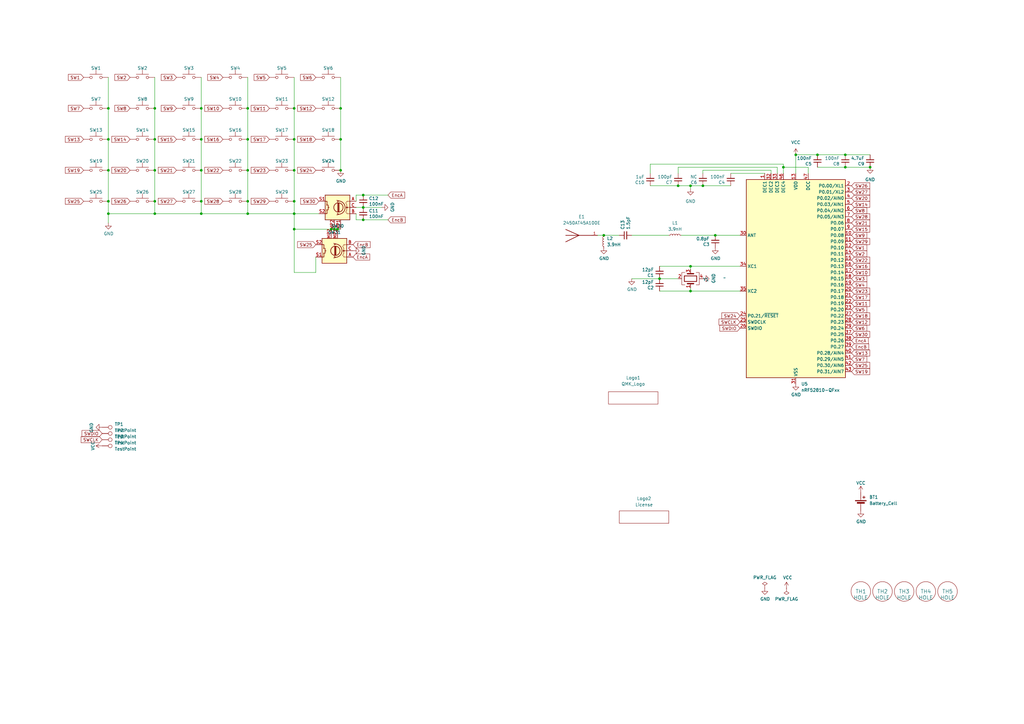
<source format=kicad_sch>
(kicad_sch (version 20230121) (generator eeschema)
  (paper "A3")
  (title_block (title "Lotus 58 unWired") (date "2023-08-15") (rev "v1.00") (company "Markus Knutsson <markus.knutsson@tweety.se>") (comment 1 "https://github.com/TweetyDaBird") (comment 2 "Licensed under Creative Commons BY-SA 4.0 International "))
  (lib_symbols
    (symbol "2450AT45A100E:2450AT45A100E" (pin_names (offset 1.016))
      (property "Reference" "E" (at 2.8004 5.8496 0))
      (property "Value" "2450AT45A100E" (at 2.6732 3.813 0))
      (symbol "2450AT45A100E_0_0"
        (polyline (pts (xy 0 2.54) (xy -2.667 8.001)) (stroke (width 0.254)))
        (polyline (pts (xy 0 2.54) (xy 0 -5.08)) (stroke (width 0.254)))
        (polyline (pts (xy 0 8.001) (xy 0 2.54)) (stroke (width 0.254)))
        (polyline (pts (xy 2.413 8.001) (xy 0 2.54)) (stroke (width 0.254)))
        (pin input line (at 0 -5.08 90) (length 2.54) (name "~") (number "1"))
      )
    )
    (symbol "Connector:TestPoint" (pin_numbers hide) (pin_names (offset 0.762) hide)
      (property "Reference" "TP" (at 0 6.858 0))
      (property "Value" "TestPoint" (at 0 5.08 0))
      (symbol "TestPoint_0_1"
        (circle (center 0 3.302) (radius 0.762))
      )
      (symbol "TestPoint_1_1"
        (pin passive line (at 0 0 90) (length 2.54) (name "1") (number "1"))
      )
    )
    (symbol "Device:Battery_Cell" (pin_numbers hide) (pin_names (offset 0) hide)
      (property "Reference" "BT" (at 2.54 2.54 0))
      (property "Value" "Battery_Cell" (at 2.54 0 0))
      (symbol "Battery_Cell_0_1"
        (rectangle (start -2.286 1.778) (end 2.286 1.524) (fill (type outline)))
        (rectangle (start -1.524 1.016) (end 1.524 0.508) (fill (type outline)))
        (polyline (pts (xy 0 0.762) (xy 0 0)))
        (polyline (pts (xy 0 1.778) (xy 0 2.54)))
        (polyline (pts (xy 0.762 3.048) (xy 1.778 3.048)) (stroke (width 0.254)))
        (polyline (pts (xy 1.27 3.556) (xy 1.27 2.54)) (stroke (width 0.254)))
      )
      (symbol "Battery_Cell_1_1"
        (pin passive line (at 0 5.08 270) (length 2.54) (name "+") (number "1"))
        (pin passive line (at 0 -2.54 90) (length 2.54) (name "-") (number "2"))
      )
    )
    (symbol "Device:C_Small" (pin_numbers hide) (pin_names (offset 0.254) hide)
      (property "Reference" "C" (at 0.254 1.778 0))
      (property "Value" "C_Small" (at 0.254 -2.032 0))
      (symbol "C_Small_0_1"
        (polyline (pts (xy -1.524 -0.508) (xy 1.524 -0.508)) (stroke (width 0.3302)))
        (polyline (pts (xy -1.524 0.508) (xy 1.524 0.508)) (stroke (width 0.3048)))
      )
      (symbol "C_Small_1_1"
        (pin passive line (at 0 2.54 270) (length 2.032) (name "~") (number "1"))
        (pin passive line (at 0 -2.54 90) (length 2.032) (name "~") (number "2"))
      )
    )
    (symbol "Device:Crystal_GND24" (pin_names (offset 1.016) hide)
      (property "Reference" "Y" (at 3.175 5.08 0))
      (property "Value" "Crystal_GND24" (at 3.175 3.175 0))
      (symbol "Crystal_GND24_0_1"
        (rectangle (start -1.143 2.54) (end 1.143 -2.54) (stroke (width 0.3048)))
        (polyline (pts (xy -2.54 0) (xy -2.032 0)))
        (polyline (pts (xy -2.032 -1.27) (xy -2.032 1.27)) (stroke (width 0.508)))
        (polyline (pts (xy 0 -3.81) (xy 0 -3.556)))
        (polyline (pts (xy 0 3.556) (xy 0 3.81)))
        (polyline (pts (xy 2.032 -1.27) (xy 2.032 1.27)) (stroke (width 0.508)))
        (polyline (pts (xy 2.032 0) (xy 2.54 0)))
        (polyline (pts (xy -2.54 -2.286) (xy -2.54 -3.556) (xy 2.54 -3.556) (xy 2.54 -2.286)))
        (polyline (pts (xy -2.54 2.286) (xy -2.54 3.556) (xy 2.54 3.556) (xy 2.54 2.286)))
      )
      (symbol "Crystal_GND24_1_1"
        (pin passive line (at -3.81 0 0) (length 1.27) (name "1") (number "1"))
        (pin passive line (at 0 5.08 270) (length 1.27) (name "2") (number "2"))
        (pin passive line (at 3.81 0 180) (length 1.27) (name "3") (number "3"))
        (pin passive line (at 0 -5.08 90) (length 1.27) (name "4") (number "4"))
      )
    )
    (symbol "Device:L_Small" (pin_numbers hide) (pin_names (offset 0.254) hide)
      (property "Reference" "L" (at 0.762 1.016 0))
      (property "Value" "L_Small" (at 0.762 -1.016 0))
      (symbol "L_Small_0_1"
        (arc (start 0 -2.032) (mid 0.5058 -1.524) (end 0 -1.016))
        (arc (start 0 -1.016) (mid 0.5058 -0.508) (end 0 0))
        (arc (start 0 0) (mid 0.5058 0.508) (end 0 1.016))
        (arc (start 0 1.016) (mid 0.5058 1.524) (end 0 2.032))
      )
      (symbol "L_Small_1_1"
        (pin passive line (at 0 2.54 270) (length 0.508) (name "~") (number "1"))
        (pin passive line (at 0 -2.54 90) (length 0.508) (name "~") (number "2"))
      )
    )
    (symbol "GND_2" (power) (pin_names (offset 0))
      (property "Value" "GND_2" (at 0 -3.81 0))
      (symbol "GND_2_0_1"
        (polyline (pts (xy 0 0) (xy 0 -1.27) (xy 1.27 -1.27) (xy 0 -2.54) (xy -1.27 -1.27) (xy 0 -1.27)))
      )
      (symbol "GND_2_1_1"
        (pin power_in line (at 0 0 270) (length 0) hide (name "GND") (number "1"))
      )
    )
    (symbol "Keyboard_Library:Rotary_Encoder_Switch_GND" (pin_names (offset 0.254) hide)
      (property "Reference" "SW" (at 0 6.604 0))
      (property "Value" "Rotary_Encoder_Switch_GND" (at 0 8.89 0))
      (symbol "Rotary_Encoder_Switch_GND_0_1"
        (rectangle (start -5.08 5.08) (end 5.08 -5.08) (stroke (width 0.254)) (fill (type background)))
        (circle (center -3.81 0) (radius 0.254) (fill (type outline)))
        (circle (center -0.381 0) (radius 1.905) (stroke (width 0.254)))
        (arc (start -0.381 2.667) (mid -3.0988 -0.0635) (end -0.381 -2.794) (stroke (width 0.254)))
        (polyline (pts (xy -0.635 -1.778) (xy -0.635 1.778)) (stroke (width 0.254)))
        (polyline (pts (xy -0.381 -1.778) (xy -0.381 1.778)) (stroke (width 0.254)))
        (polyline (pts (xy -0.127 1.778) (xy -0.127 -1.778)) (stroke (width 0.254)))
        (polyline (pts (xy 3.81 0) (xy 3.429 0)) (stroke (width 0.254)))
        (polyline (pts (xy 3.81 1.016) (xy 3.81 -1.016)) (stroke (width 0.254)))
        (polyline (pts (xy -5.08 -2.54) (xy -3.81 -2.54) (xy -3.81 -2.032)))
        (polyline (pts (xy -5.08 2.54) (xy -3.81 2.54) (xy -3.81 2.032)))
        (polyline (pts (xy 0.254 -3.048) (xy -0.508 -2.794) (xy 0.127 -2.413)) (stroke (width 0.254)))
        (polyline (pts (xy 0.254 2.921) (xy -0.508 2.667) (xy 0.127 2.286)) (stroke (width 0.254)))
        (polyline (pts (xy 5.08 -2.54) (xy 4.318 -2.54) (xy 4.318 -1.016)) (stroke (width 0.254)))
        (polyline (pts (xy 5.08 2.54) (xy 4.318 2.54) (xy 4.318 1.016)) (stroke (width 0.254)))
        (polyline (pts (xy -5.08 0) (xy -3.81 0) (xy -3.81 -1.016) (xy -3.302 -2.032)))
        (polyline (pts (xy -4.318 0) (xy -3.81 0) (xy -3.81 1.016) (xy -3.302 2.032)))
        (circle (center 4.318 -1.016) (radius 0.127) (stroke (width 0.254)))
        (circle (center 4.318 1.016) (radius 0.127) (stroke (width 0.254)))
      )
      (symbol "Rotary_Encoder_Switch_GND_1_1"
        (pin passive line (at -7.62 2.54 0) (length 2.54) (name "A") (number "A"))
        (pin passive line (at -7.62 -2.54 0) (length 2.54) (name "B") (number "B"))
        (pin passive line (at -7.62 0 0) (length 2.54) (name "C") (number "C"))
        (pin power_in line (at -1.27 -8.89 90) (length 3.7084) (name "GND") (number "MP1"))
        (pin power_in line (at 1.27 -8.89 90) (length 3.7592) (name "GND") (number "MP2"))
        (pin passive line (at 7.62 2.54 180) (length 2.54) (name "S1") (number "S1"))
        (pin passive line (at 7.62 -2.54 180) (length 2.54) (name "S2") (number "S2"))
      )
    )
    (symbol "Logotypes:QMK_Logo" (pin_numbers hide) (pin_names (offset 0) hide) (in_bom no)
      (property "Reference" "Logo" (at 0 0 0))
      (property "Value" "QMK_Logo" (at 0 2.54 0))
      (symbol "QMK_Logo_0_1"
        (rectangle (start -10.16 3.81) (end 10.16 -1.27))
      )
    )
    (symbol "MCU_Nordic:nRF52810-QFxx"
      (property "Reference" "U" (at 0 1.27 0))
      (property "Value" "nRF52810-QFxx" (at 0 -1.27 0))
      (symbol "nRF52810-QFxx_0_1"
        (rectangle (start -20.32 40.64) (end 20.32 -40.64) (stroke (width 0.254)) (fill (type background)))
      )
      (symbol "nRF52810-QFxx_1_1"
        (pin passive line (at -12.7 43.18 270) (length 2.54) (name "DEC1") (number "1"))
        (pin bidirectional line (at 22.86 17.78 180) (length 2.54) (name "P0.08") (number "10"))
        (pin bidirectional line (at 22.86 15.24 180) (length 2.54) (name "P0.09") (number "11"))
        (pin bidirectional line (at 22.86 12.7 180) (length 2.54) (name "P0.10") (number "12"))
        (pin power_in line (at 0 43.18 270) (length 2.54) (name "VDD") (number "13"))
        (pin bidirectional line (at 22.86 10.16 180) (length 2.54) (name "P0.11") (number "14"))
        (pin bidirectional line (at 22.86 7.62 180) (length 2.54) (name "P0.12") (number "15"))
        (pin bidirectional line (at 22.86 5.08 180) (length 2.54) (name "P0.13") (number "16"))
        (pin bidirectional line (at 22.86 2.54 180) (length 2.54) (name "P0.14") (number "17"))
        (pin bidirectional line (at 22.86 0 180) (length 2.54) (name "P0.15") (number "18"))
        (pin bidirectional line (at 22.86 -2.54 180) (length 2.54) (name "P0.16") (number "19"))
        (pin bidirectional line (at 22.86 38.1 180) (length 2.54) (name "P0.00/XL1") (number "2"))
        (pin bidirectional line (at 22.86 -5.08 180) (length 2.54) (name "P0.17") (number "20"))
        (pin bidirectional line (at 22.86 -7.62 180) (length 2.54) (name "P0.18") (number "21"))
        (pin bidirectional line (at 22.86 -10.16 180) (length 2.54) (name "P0.19") (number "22"))
        (pin bidirectional line (at 22.86 -12.7 180) (length 2.54) (name "P0.20") (number "23"))
        (pin bidirectional line (at -22.86 -15.24 0) (length 2.54) (name "P0.21/~{RESET}") (number "24"))
        (pin input line (at -22.86 -17.78 0) (length 2.54) (name "SWDCLK") (number "25"))
        (pin bidirectional line (at -22.86 -20.32 0) (length 2.54) (name "SWDIO") (number "26"))
        (pin bidirectional line (at 22.86 -15.24 180) (length 2.54) (name "P0.22") (number "27"))
        (pin bidirectional line (at 22.86 -17.78 180) (length 2.54) (name "P0.23") (number "28"))
        (pin bidirectional line (at 22.86 -20.32 180) (length 2.54) (name "P0.24") (number "29"))
        (pin bidirectional line (at 22.86 35.56 180) (length 2.54) (name "P0.01/XL2") (number "3"))
        (pin passive line (at -22.86 17.78 0) (length 2.54) (name "ANT") (number "30"))
        (pin power_in line (at 0 -43.18 90) (length 2.54) (name "VSS") (number "31"))
        (pin passive line (at -10.16 43.18 270) (length 2.54) (name "DEC2") (number "32"))
        (pin passive line (at -7.62 43.18 270) (length 2.54) (name "DEC3") (number "33"))
        (pin input line (at -22.86 5.08 0) (length 2.54) (name "XC1") (number "34"))
        (pin input line (at -22.86 -5.08 0) (length 2.54) (name "XC2") (number "35"))
        (pin passive line (at 0 43.18 270) (length 2.54) hide (name "VDD") (number "36"))
        (pin bidirectional line (at 22.86 -22.86 180) (length 2.54) (name "P0.25") (number "37"))
        (pin bidirectional line (at 22.86 -25.4 180) (length 2.54) (name "P0.26") (number "38"))
        (pin bidirectional line (at 22.86 -27.94 180) (length 2.54) (name "P0.27") (number "39"))
        (pin bidirectional line (at 22.86 33.02 180) (length 2.54) (name "P0.02/AIN0") (number "4"))
        (pin bidirectional line (at 22.86 -30.48 180) (length 2.54) (name "P0.28/AIN4") (number "40"))
        (pin bidirectional line (at 22.86 -33.02 180) (length 2.54) (name "P0.29/AIN5") (number "41"))
        (pin bidirectional line (at 22.86 -35.56 180) (length 2.54) (name "P0.30/AIN6") (number "42"))
        (pin bidirectional line (at 22.86 -38.1 180) (length 2.54) (name "P0.31/AIN7") (number "43"))
        (pin no_connect line (at -20.32 -30.48 0) (length 2.54) hide (name "NC") (number "44"))
        (pin passive line (at 0 -43.18 90) (length 2.54) hide (name "VSS") (number "45"))
        (pin passive line (at -5.08 43.18 270) (length 2.54) (name "DEC4") (number "46"))
        (pin power_out line (at 5.08 43.18 270) (length 2.54) (name "DCC") (number "47"))
        (pin passive line (at 0 43.18 270) (length 2.54) hide (name "VDD") (number "48"))
        (pin passive line (at 0 -43.18 90) (length 2.54) hide (name "VSS") (number "49"))
        (pin bidirectional line (at 22.86 30.48 180) (length 2.54) (name "P0.03/AIN1") (number "5"))
        (pin bidirectional line (at 22.86 27.94 180) (length 2.54) (name "P0.04/AIN2") (number "6"))
        (pin bidirectional line (at 22.86 25.4 180) (length 2.54) (name "P0.05/AIN3") (number "7"))
        (pin bidirectional line (at 22.86 22.86 180) (length 2.54) (name "P0.06") (number "8"))
        (pin bidirectional line (at 22.86 20.32 180) (length 2.54) (name "P0.07") (number "9"))
      )
    )
    (symbol "Switch:SW_Push" (pin_numbers hide) (pin_names (offset 1.016) hide)
      (property "Reference" "SW" (at 1.27 2.54 0))
      (property "Value" "SW_Push" (at 0 -1.524 0))
      (symbol "SW_Push_0_1"
        (circle (center -2.032 0) (radius 0.508))
        (polyline (pts (xy 0 1.27) (xy 0 3.048)))
        (polyline (pts (xy 2.54 1.27) (xy -2.54 1.27)))
        (circle (center 2.032 0) (radius 0.508))
        (pin passive line (at -5.08 0 0) (length 2.54) (name "1") (number "1"))
        (pin passive line (at 5.08 0 180) (length 2.54) (name "2") (number "2"))
      )
    )
    (symbol "VCC_1" (power) (pin_names (offset 0))
      (property "Value" "VCC_1" (at 0 3.81 0))
      (symbol "VCC_1_0_1"
        (polyline (pts (xy -0.762 1.27) (xy 0 2.54)))
        (polyline (pts (xy 0 0) (xy 0 2.54)))
        (polyline (pts (xy 0 2.54) (xy 0.762 1.27)))
      )
      (symbol "VCC_1_1_1"
        (pin power_in line (at 0 0 90) (length 0) hide (name "VCC") (number "1"))
      )
    )
    (symbol "keebio:Hole" (pin_names (offset 1.016))
      (property "Reference" "H" (at 0 -1.27 0))
      (property "Value" "Hole" (at 0 1.27 0))
      (symbol "Hole_0_1"
        (circle (center 0 0) (radius 4.0132))
      )
    )
    (symbol "power:GND" (power) (pin_names (offset 0))
      (property "Value" "GND" (at 0 -3.81 0))
      (symbol "GND_0_1"
        (polyline (pts (xy 0 0) (xy 0 -1.27) (xy 1.27 -1.27) (xy 0 -2.54) (xy -1.27 -1.27) (xy 0 -1.27)))
      )
      (symbol "GND_1_1"
        (pin power_in line (at 0 0 270) (length 0) hide (name "GND") (number "1"))
      )
    )
    (symbol "power:PWR_FLAG" (power) (pin_numbers hide) (pin_names (offset 0) hide)
      (property "Value" "PWR_FLAG" (at 0 3.81 0))
      (symbol "PWR_FLAG_0_0"
        (pin power_out line (at 0 0 90) (length 0) (name "pwr") (number "1"))
      )
      (symbol "PWR_FLAG_0_1"
        (polyline (pts (xy 0 0) (xy 0 1.27) (xy -1.016 1.905) (xy 0 2.54) (xy 1.016 1.905) (xy 0 1.27)))
      )
    )
    (symbol "power:VCC" (power) (pin_names (offset 0))
      (property "Value" "VCC" (at 0 3.81 0))
      (symbol "VCC_0_1"
        (polyline (pts (xy -0.762 1.27) (xy 0 2.54)))
        (polyline (pts (xy 0 0) (xy 0 2.54)))
        (polyline (pts (xy 0 2.54) (xy 0.762 1.27)))
      )
      (symbol "VCC_1_1"
        (pin power_in line (at 0 0 90) (length 0) hide (name "VCC") (number "1"))
      )
    )
  )
  (junction (at 139.7 44.45))
  (junction (at 44.45 87.63))
  (junction (at 44.45 44.45))
  (junction (at 270.51 114.3))
  (junction (at 247.65 96.52))
  (junction (at 278.13 76.2))
  (junction (at 356.87 68.58))
  (junction (at 101.6 57.15))
  (junction (at 139.7 57.15))
  (junction (at 82.55 82.55))
  (junction (at 63.5 57.15))
  (junction (at 82.55 87.63))
  (junction (at 293.37 96.52))
  (junction (at 63.5 44.45))
  (junction (at 120.65 44.45))
  (junction (at 44.45 82.55))
  (junction (at 148.971 80.01))
  (junction (at 120.65 57.15))
  (junction (at 283.21 76.2))
  (junction (at 346.71 68.58))
  (junction (at 44.45 69.85))
  (junction (at 148.971 85.09))
  (junction (at 120.65 69.85))
  (junction (at 120.65 82.55))
  (junction (at 63.5 82.55))
  (junction (at 135.89 93.98))
  (junction (at 101.6 44.45))
  (junction (at 120.65 87.63))
  (junction (at 63.5 87.63))
  (junction (at 82.55 57.15))
  (junction (at 101.6 87.63))
  (junction (at 148.971 90.17))
  (junction (at 120.65 93.98))
  (junction (at 138.43 93.98))
  (junction (at 139.7 69.85))
  (junction (at 321.31 68.58))
  (junction (at 82.55 69.85))
  (junction (at 63.5 69.85))
  (junction (at 101.6 69.85))
  (junction (at 137.16 93.98))
  (junction (at 288.29 76.2))
  (junction (at 283.21 119.38))
  (junction (at 82.55 44.45))
  (junction (at 346.71 63.5))
  (junction (at 326.39 63.5))
  (junction (at 283.21 109.22))
  (junction (at 101.6 82.55))
  (junction (at 44.45 57.15))
  (junction (at 335.28 63.5))
  (wire (pts (xy 346.71 68.58) (xy 356.87 68.58)))
  (wire (pts (xy 63.5 69.85) (xy 63.5 82.55)))
  (wire (pts (xy 120.65 31.75) (xy 120.65 44.45)))
  (wire (pts (xy 270.51 114.3) (xy 259.08 114.3)))
  (wire (pts (xy 326.39 63.5) (xy 335.28 63.5)))
  (wire (pts (xy 283.21 76.2) (xy 288.29 76.2)))
  (wire (pts (xy 278.13 68.58) (xy 278.13 71.12)))
  (wire (pts (xy 316.23 69.85) (xy 288.29 69.85)))
  (wire (pts (xy 101.6 87.63) (xy 82.55 87.63)))
  (wire (pts (xy 139.7 31.75) (xy 139.7 44.45)))
  (wire (pts (xy 146.05 80.01) (xy 148.971 80.01)))
  (wire (pts (xy 331.47 71.12) (xy 331.47 68.58)))
  (wire (pts (xy 146.05 85.09) (xy 148.971 85.09)))
  (wire (pts (xy 44.45 44.45) (xy 44.45 57.15)))
  (wire (pts (xy 101.6 57.15) (xy 101.6 69.85)))
  (wire (pts (xy 266.7 67.31) (xy 266.7 71.12)))
  (wire (pts (xy 139.7 57.15) (xy 139.7 69.85)))
  (wire (pts (xy 101.6 44.45) (xy 101.6 57.15)))
  (wire (pts (xy 120.65 93.98) (xy 135.89 93.98)))
  (wire (pts (xy 283.21 119.38) (xy 270.51 119.38)))
  (wire (pts (xy 335.28 68.58) (xy 346.71 68.58)))
  (wire (pts (xy 82.55 57.15) (xy 82.55 69.85)))
  (wire (pts (xy 44.45 91.44) (xy 44.45 87.63)))
  (wire (pts (xy 331.47 68.58) (xy 321.31 68.58)))
  (wire (pts (xy 346.71 63.5) (xy 356.87 63.5)))
  (wire (pts (xy 159.131 90.17) (xy 148.971 90.17)))
  (wire (pts (xy 63.5 82.55) (xy 63.5 87.63)))
  (wire (pts (xy 318.77 71.12) (xy 318.77 68.58)))
  (wire (pts (xy 146.05 90.17) (xy 146.05 87.63)))
  (wire (pts (xy 120.65 93.98) (xy 120.65 111.76)))
  (wire (pts (xy 316.23 69.85) (xy 316.23 71.12)))
  (wire (pts (xy 120.65 44.45) (xy 120.65 57.15)))
  (wire (pts (xy 44.45 82.55) (xy 44.45 87.63)))
  (wire (pts (xy 326.39 63.5) (xy 326.39 71.12)))
  (wire (pts (xy 283.21 76.2) (xy 283.21 77.47)))
  (wire (pts (xy 259.08 96.52) (xy 274.32 96.52)))
  (wire (pts (xy 82.55 31.75) (xy 82.55 44.45)))
  (wire (pts (xy 129.54 105.41) (xy 129.54 111.76)))
  (wire (pts (xy 254 96.52) (xy 247.65 96.52)))
  (wire (pts (xy 63.5 57.15) (xy 63.5 69.85)))
  (wire (pts (xy 44.45 31.75) (xy 44.45 44.45)))
  (wire (pts (xy 44.45 87.63) (xy 63.5 87.63)))
  (wire (pts (xy 120.65 111.76) (xy 129.54 111.76)))
  (wire (pts (xy 283.21 109.22) (xy 303.53 109.22)))
  (wire (pts (xy 139.7 44.45) (xy 139.7 57.15)))
  (wire (pts (xy 120.65 82.55) (xy 120.65 87.63)))
  (wire (pts (xy 63.5 44.45) (xy 63.5 57.15)))
  (wire (pts (xy 44.45 69.85) (xy 44.45 82.55)))
  (wire (pts (xy 148.971 90.17) (xy 146.05 90.17)))
  (wire (pts (xy 101.6 82.55) (xy 101.6 87.63)))
  (wire (pts (xy 120.65 69.85) (xy 120.65 82.55)))
  (wire (pts (xy 44.45 57.15) (xy 44.45 69.85)))
  (wire (pts (xy 335.28 63.5) (xy 346.71 63.5)))
  (wire (pts (xy 283.21 118.11) (xy 283.21 119.38)))
  (wire (pts (xy 63.5 31.75) (xy 63.5 44.45)))
  (wire (pts (xy 321.31 67.31) (xy 321.31 68.58)))
  (wire (pts (xy 135.89 93.98) (xy 137.16 93.98)))
  (wire (pts (xy 63.5 87.63) (xy 82.55 87.63)))
  (wire (pts (xy 245.11 96.52) (xy 247.65 96.52)))
  (wire (pts (xy 266.7 67.31) (xy 321.31 67.31)))
  (wire (pts (xy 279.4 96.52) (xy 293.37 96.52)))
  (wire (pts (xy 120.65 57.15) (xy 120.65 69.85)))
  (wire (pts (xy 278.13 76.2) (xy 283.21 76.2)))
  (wire (pts (xy 101.6 69.85) (xy 101.6 82.55)))
  (wire (pts (xy 159.131 80.01) (xy 148.971 80.01)))
  (wire (pts (xy 82.55 82.55) (xy 82.55 87.63)))
  (wire (pts (xy 299.72 71.12) (xy 313.69 71.12)))
  (wire (pts (xy 266.7 76.2) (xy 278.13 76.2)))
  (wire (pts (xy 120.65 93.98) (xy 120.65 87.63)))
  (wire (pts (xy 293.37 96.52) (xy 303.53 96.52)))
  (wire (pts (xy 138.43 93.98) (xy 137.16 93.98)))
  (wire (pts (xy 270.51 114.3) (xy 278.13 114.3)))
  (wire (pts (xy 139.7 93.98) (xy 138.43 93.98)))
  (wire (pts (xy 288.29 69.85) (xy 288.29 71.12)))
  (wire (pts (xy 146.05 80.01) (xy 146.05 82.55)))
  (wire (pts (xy 82.55 44.45) (xy 82.55 57.15)))
  (wire (pts (xy 321.31 71.12) (xy 321.31 68.58)))
  (wire (pts (xy 101.6 87.63) (xy 120.65 87.63)))
  (wire (pts (xy 82.55 69.85) (xy 82.55 82.55)))
  (wire (pts (xy 318.77 68.58) (xy 278.13 68.58)))
  (wire (pts (xy 156.591 85.09) (xy 148.971 85.09)))
  (wire (pts (xy 101.6 31.75) (xy 101.6 44.45)))
  (wire (pts (xy 288.29 76.2) (xy 299.72 76.2)))
  (wire (pts (xy 120.65 87.63) (xy 130.81 87.63)))
  (wire (pts (xy 283.21 109.22) (xy 283.21 110.49)))
  (wire (pts (xy 270.51 109.22) (xy 283.21 109.22)))
  (wire (pts (xy 303.53 119.38) (xy 283.21 119.38)))
  (global_label "SW26" (shape input) (at 349.25 76.2 0) (property "Intersheetrefs" "${INTERSHEET_REFS}" (effects hide)))
  (global_label "SWCLK" (shape input) (at 303.53 132.08 180) (property "Intersheetrefs" "${INTERSHEET_REFS}" (effects hide)))
  (global_label "SW5" (shape input) (at 110.49 31.75 180) (property "Intersheetrefs" "${INTERSHEET_REFS}" (effects hide)))
  (global_label "SW24" (shape input) (at 129.54 69.85 180) (property "Intersheetrefs" "${INTERSHEET_REFS}" (effects hide)))
  (global_label "SW24" (shape input) (at 303.53 129.54 180) (property "Intersheetrefs" "${INTERSHEET_REFS}" (effects hide)))
  (global_label "SW11" (shape input) (at 110.49 44.45 180) (property "Intersheetrefs" "${INTERSHEET_REFS}" (effects hide)))
  (global_label "SW29" (shape input) (at 110.49 82.55 180) (property "Intersheetrefs" "${INTERSHEET_REFS}" (effects hide)))
  (global_label "SW4" (shape input) (at 349.25 116.84 0) (property "Intersheetrefs" "${INTERSHEET_REFS}" (effects hide)))
  (global_label "SW30" (shape input) (at 130.81 82.55 180) (property "Intersheetrefs" "${INTERSHEET_REFS}" (effects hide)))
  (global_label "EncB" (shape input) (at 349.25 142.24 0) (property "Intersheetrefs" "${INTERSHEET_REFS}" (effects hide)))
  (global_label "SW12" (shape input) (at 129.54 44.45 180) (property "Intersheetrefs" "${INTERSHEET_REFS}" (effects hide)))
  (global_label "SW29" (shape input) (at 349.25 99.06 0) (property "Intersheetrefs" "${INTERSHEET_REFS}" (effects hide)))
  (global_label "SW16" (shape input) (at 91.44 57.15 180) (property "Intersheetrefs" "${INTERSHEET_REFS}" (effects hide)))
  (global_label "SW9" (shape input) (at 349.25 96.52 0) (property "Intersheetrefs" "${INTERSHEET_REFS}" (effects hide)))
  (global_label "SWDIO" (shape input) (at 41.91 177.8 180) (property "Intersheetrefs" "${INTERSHEET_REFS}" (effects hide)))
  (global_label "SW10" (shape input) (at 91.44 44.45 180) (property "Intersheetrefs" "${INTERSHEET_REFS}" (effects hide)))
  (global_label "SW12" (shape input) (at 349.25 132.08 0) (property "Intersheetrefs" "${INTERSHEET_REFS}" (effects hide)))
  (global_label "SW17" (shape input) (at 349.25 121.92 0) (property "Intersheetrefs" "${INTERSHEET_REFS}" (effects hide)))
  (global_label "SW27" (shape input) (at 349.25 78.74 0) (property "Intersheetrefs" "${INTERSHEET_REFS}" (effects hide)))
  (global_label "SW13" (shape input) (at 34.29 57.15 180) (property "Intersheetrefs" "${INTERSHEET_REFS}" (effects hide)))
  (global_label "EncA" (shape input) (at 144.78 105.41 0) (property "Intersheetrefs" "${INTERSHEET_REFS}" (effects hide)))
  (global_label "SW8" (shape input) (at 53.34 44.45 180) (property "Intersheetrefs" "${INTERSHEET_REFS}" (effects hide)))
  (global_label "SW26" (shape input) (at 53.34 82.55 180) (property "Intersheetrefs" "${INTERSHEET_REFS}" (effects hide)))
  (global_label "SW15" (shape input) (at 349.25 93.98 0) (property "Intersheetrefs" "${INTERSHEET_REFS}" (effects hide)))
  (global_label "SW3" (shape input) (at 72.39 31.75 180) (property "Intersheetrefs" "${INTERSHEET_REFS}" (effects hide)))
  (global_label "EncA" (shape input) (at 349.25 139.7 0) (property "Intersheetrefs" "${INTERSHEET_REFS}" (effects hide)))
  (global_label "EncB" (shape input) (at 144.78 100.33 0) (property "Intersheetrefs" "${INTERSHEET_REFS}" (effects hide)))
  (global_label "SW13" (shape input) (at 349.25 144.78 0) (property "Intersheetrefs" "${INTERSHEET_REFS}" (effects hide)))
  (global_label "EncB" (shape input) (at 159.131 90.17 0) (property "Intersheetrefs" "${INTERSHEET_REFS}" (effects hide)))
  (global_label "SW23" (shape input) (at 349.25 119.38 0) (property "Intersheetrefs" "${INTERSHEET_REFS}" (effects hide)))
  (global_label "SW23" (shape input) (at 110.49 69.85 180) (property "Intersheetrefs" "${INTERSHEET_REFS}" (effects hide)))
  (global_label "SW9" (shape input) (at 72.39 44.45 180) (property "Intersheetrefs" "${INTERSHEET_REFS}" (effects hide)))
  (global_label "SW7" (shape input) (at 349.25 147.32 0) (property "Intersheetrefs" "${INTERSHEET_REFS}" (effects hide)))
  (global_label "SW30" (shape input) (at 349.25 137.16 0) (property "Intersheetrefs" "${INTERSHEET_REFS}" (effects hide)))
  (global_label "SW19" (shape input) (at 349.25 152.4 0) (property "Intersheetrefs" "${INTERSHEET_REFS}" (effects hide)))
  (global_label "SW19" (shape input) (at 34.29 69.85 180) (property "Intersheetrefs" "${INTERSHEET_REFS}" (effects hide)))
  (global_label "SW28" (shape input) (at 91.44 82.55 180) (property "Intersheetrefs" "${INTERSHEET_REFS}" (effects hide)))
  (global_label "SW1" (shape input) (at 34.29 31.75 180) (property "Intersheetrefs" "${INTERSHEET_REFS}" (effects hide)))
  (global_label "SW25" (shape input) (at 34.29 82.55 180) (property "Intersheetrefs" "${INTERSHEET_REFS}" (effects hide)))
  (global_label "SW11" (shape input) (at 349.25 124.46 0) (property "Intersheetrefs" "${INTERSHEET_REFS}" (effects hide)))
  (global_label "SW17" (shape input) (at 110.49 57.15 180) (property "Intersheetrefs" "${INTERSHEET_REFS}" (effects hide)))
  (global_label "SW22" (shape input) (at 91.44 69.85 180) (property "Intersheetrefs" "${INTERSHEET_REFS}" (effects hide)))
  (global_label "SW21" (shape input) (at 72.39 69.85 180) (property "Intersheetrefs" "${INTERSHEET_REFS}" (effects hide)))
  (global_label "SW5" (shape input) (at 349.25 127 0) (property "Intersheetrefs" "${INTERSHEET_REFS}" (effects hide)))
  (global_label "SW14" (shape input) (at 349.25 83.82 0) (property "Intersheetrefs" "${INTERSHEET_REFS}" (effects hide)))
  (global_label "SW6" (shape input) (at 349.25 134.62 0) (property "Intersheetrefs" "${INTERSHEET_REFS}" (effects hide)))
  (global_label "SW15" (shape input) (at 72.39 57.15 180) (property "Intersheetrefs" "${INTERSHEET_REFS}" (effects hide)))
  (global_label "SW21" (shape input) (at 349.25 91.44 0) (property "Intersheetrefs" "${INTERSHEET_REFS}" (effects hide)))
  (global_label "SW14" (shape input) (at 53.34 57.15 180) (property "Intersheetrefs" "${INTERSHEET_REFS}" (effects hide)))
  (global_label "SW25" (shape input) (at 129.54 100.33 180) (property "Intersheetrefs" "${INTERSHEET_REFS}" (effects hide)))
  (global_label "SW6" (shape input) (at 129.54 31.75 180) (property "Intersheetrefs" "${INTERSHEET_REFS}" (effects hide)))
  (global_label "SW22" (shape input) (at 349.25 106.68 0) (property "Intersheetrefs" "${INTERSHEET_REFS}" (effects hide)))
  (global_label "SW2" (shape input) (at 349.25 104.14 0) (property "Intersheetrefs" "${INTERSHEET_REFS}" (effects hide)))
  (global_label "SW7" (shape input) (at 34.29 44.45 180) (property "Intersheetrefs" "${INTERSHEET_REFS}" (effects hide)))
  (global_label "SWDIO" (shape input) (at 303.53 134.62 180) (property "Intersheetrefs" "${INTERSHEET_REFS}" (effects hide)))
  (global_label "EncA" (shape input) (at 159.131 80.01 0) (property "Intersheetrefs" "${INTERSHEET_REFS}" (effects hide)))
  (global_label "SW20" (shape input) (at 349.25 81.28 0) (property "Intersheetrefs" "${INTERSHEET_REFS}" (effects hide)))
  (global_label "SW10" (shape input) (at 349.25 111.76 0) (property "Intersheetrefs" "${INTERSHEET_REFS}" (effects hide)))
  (global_label "SWCLK" (shape input) (at 41.91 180.34 180) (property "Intersheetrefs" "${INTERSHEET_REFS}" (effects hide)))
  (global_label "SW8" (shape input) (at 349.25 86.36 0) (property "Intersheetrefs" "${INTERSHEET_REFS}" (effects hide)))
  (global_label "SW25" (shape input) (at 349.25 149.86 0) (property "Intersheetrefs" "${INTERSHEET_REFS}" (effects hide)))
  (global_label "SW4" (shape input) (at 91.44 31.75 180) (property "Intersheetrefs" "${INTERSHEET_REFS}" (effects hide)))
  (global_label "SW16" (shape input) (at 349.25 109.22 0) (property "Intersheetrefs" "${INTERSHEET_REFS}" (effects hide)))
  (global_label "SW28" (shape input) (at 349.25 88.9 0) (property "Intersheetrefs" "${INTERSHEET_REFS}" (effects hide)))
  (global_label "SW18" (shape input) (at 129.54 57.15 180) (property "Intersheetrefs" "${INTERSHEET_REFS}" (effects hide)))
  (global_label "SW27" (shape input) (at 72.39 82.55 180) (property "Intersheetrefs" "${INTERSHEET_REFS}" (effects hide)))
  (global_label "SW3" (shape input) (at 349.25 114.3 0) (property "Intersheetrefs" "${INTERSHEET_REFS}" (effects hide)))
  (global_label "SW2" (shape input) (at 53.34 31.75 180) (property "Intersheetrefs" "${INTERSHEET_REFS}" (effects hide)))
  (global_label "SW18" (shape input) (at 349.25 129.54 0) (property "Intersheetrefs" "${INTERSHEET_REFS}" (effects hide)))
  (global_label "SW20" (shape input) (at 53.34 69.85 180) (property "Intersheetrefs" "${INTERSHEET_REFS}" (effects hide)))
  (global_label "SW1" (shape input) (at 349.25 101.6 0) (property "Intersheetrefs" "${INTERSHEET_REFS}" (effects hide)))
  (symbol (lib_id "Switch:SW_Push") (at 39.37 31.75 0) (unit 1)
    (property "Reference" "SW1" (at 39.37 27.94 0))
    (property "Value" "Switch" (effects hide))
    (property "Footprint" "Keyboard Switches:SW_MX_HotSwap_Reversible" (effects hide))
  )
  (symbol (lib_id "power:PWR_FLAG") (at 313.69 241.3 0) (unit 1)
    (property "Reference" "#FLG01" (effects hide))
    (property "Value" "PWR_FLAG" (at 313.69 236.8804 0))
  )
  (symbol (lib_id "power:GND") (at 313.69 241.3 0) (unit 1)
    (property "Reference" "#PWR029" (effects hide))
    (property "Value" "GND" (at 313.817 245.6942 0))
  )
  (symbol (lib_id "power:VCC") (at 322.58 241.3 0) (unit 1)
    (property "Reference" "#PWR030" (effects hide))
    (property "Value" "VCC" (at 323.0118 236.9058 0))
  )
  (symbol (lib_id "power:PWR_FLAG") (at 322.58 241.3 180) (unit 1)
    (property "Reference" "#FLG02" (effects hide))
    (property "Value" "PWR_FLAG" (at 322.58 245.6942 0))
  )
  (symbol (lib_id "keebio:Hole") (at 361.95 242.57 0) (unit 1)
    (property "Reference" "TH2" (at 361.95 242.57 0) (effects (font (size 1.524 1.524))))
    (property "Value" "HOLE" (at 361.95 245.11 0) (effects (font (size 1.524 1.524))))
    (property "Footprint" "Keyboard Common:Spacer PCB hole" (effects hide))
  )
  (symbol (lib_id "keebio:Hole") (at 370.84 242.57 0) (unit 1)
    (property "Reference" "TH3" (at 370.84 242.57 0) (effects (font (size 1.524 1.524))))
    (property "Value" "HOLE" (at 370.84 245.11 0) (effects (font (size 1.524 1.524))))
    (property "Footprint" "Keyboard Common:Spacer PCB hole" (effects hide))
  )
  (symbol (lib_id "keebio:Hole") (at 379.73 242.57 0) (unit 1)
    (property "Reference" "TH4" (at 379.73 242.57 0) (effects (font (size 1.524 1.524))))
    (property "Value" "HOLE" (at 379.73 245.11 0) (effects (font (size 1.524 1.524))))
    (property "Footprint" "Keyboard Common:Spacer PCB hole" (effects hide))
  )
  (symbol (lib_id "keebio:Hole") (at 388.62 242.57 0) (unit 1)
    (property "Reference" "TH5" (at 388.62 242.57 0) (effects (font (size 1.524 1.524))))
    (property "Value" "HOLE" (at 388.62 245.11 0) (effects (font (size 1.524 1.524))))
    (property "Footprint" "Keyboard Common:Spacer PCB hole" (effects hide))
  )
  (symbol (lib_id "keebio:Hole") (at 353.06 242.57 0) (unit 1)
    (property "Reference" "TH1" (at 353.06 242.57 0) (effects (font (size 1.524 1.524))))
    (property "Value" "HOLE" (at 353.06 245.11 0) (effects (font (size 1.524 1.524))))
    (property "Footprint" "Keyboard Common:Spacer PCB hole" (effects hide))
  )
  (symbol (lib_id "Keyboard_Library:Rotary_Encoder_Switch_GND") (at 138.43 85.09 0) (mirror y) (unit 1)
    (property "Reference" "SW30" (at 138.43 92.71 0))
    (property "Value" "Rotary_Encoder_Switch" (effects hide))
    (property "Footprint" "Keyboard Encoders:Encoder_Alps_EC11E_Small" (effects hide))
  )
  (symbol (lib_id "power:GND") (at 156.591 85.09 90) (unit 1)
    (property "Reference" "#PWR09" (effects hide))
    (property "Value" "GND" (at 160.9852 84.963 0))
  )
  (symbol (lib_id "power:GND") (at 353.06 209.55 0) (unit 1)
    (property "Reference" "#PWR023" (effects hide))
    (property "Value" "GND" (at 353.187 213.9442 0))
  )
  (symbol (lib_id "Connector:TestPoint") (at 41.91 175.26 270) (unit 1)
    (property "Reference" "TP1" (at 46.99 173.99 90) (effects (justify left)))
    (property "Value" "TestPoint" (at 46.99 176.53 90) (effects (justify left)))
    (property "Footprint" "TestPoint:TestPoint_Pad_D1.0mm" (effects hide))
  )
  (symbol (lib_id "Connector:TestPoint") (at 41.91 182.88 270) (unit 1)
    (property "Reference" "TP4" (at 46.99 181.61 90) (effects (justify left)))
    (property "Value" "TestPoint" (at 46.99 184.15 90) (effects (justify left)))
    (property "Footprint" "TestPoint:TestPoint_Pad_D1.0mm" (effects hide))
  )
  (symbol (lib_id "Connector:TestPoint") (at 41.91 180.34 270) (unit 1)
    (property "Reference" "TP3" (at 46.99 179.07 90) (effects (justify left)))
    (property "Value" "TestPoint" (at 46.99 181.61 90) (effects (justify left)))
    (property "Footprint" "TestPoint:TestPoint_Pad_D1.0mm" (effects hide))
  )
  (symbol (lib_id "Switch:SW_Push") (at 77.47 57.15 0) (unit 1)
    (property "Reference" "SW15" (at 77.47 53.34 0))
    (property "Value" "Switch" (effects hide))
    (property "Footprint" "Keyboard Switches:SW_MX_HotSwap_Reversible" (effects hide))
  )
  (symbol (lib_id "Device:C_Small") (at 270.51 116.84 180) (unit 1)
    (property "Reference" "C2" (at 268.1732 118.0084 0) (effects (justify left)))
    (property "Value" "12pF" (at 268.1732 115.697 0) (effects (justify left)))
    (property "Footprint" "Capacitor_SMD:C_0402_1005Metric" (effects hide))
  )
  (symbol (lib_id "Device:C_Small") (at 278.13 73.66 180) (unit 1)
    (property "Reference" "C7" (at 275.7932 74.8284 0) (effects (justify left)))
    (property "Value" "100pF" (at 275.7932 72.517 0) (effects (justify left)))
    (property "Footprint" "Capacitor_SMD:C_0402_1005Metric" (effects hide))
  )
  (symbol (lib_id "Switch:SW_Push") (at 115.57 69.85 0) (unit 1)
    (property "Reference" "SW23" (at 115.57 66.04 0))
    (property "Value" "Switch" (effects hide))
    (property "Footprint" "Keyboard Switches:SW_MX_HotSwap_Reversible" (effects hide))
  )
  (symbol (lib_id "Device:C_Small") (at 148.971 82.55 0) (unit 1)
    (property "Reference" "C12" (at 151.3078 81.3816 0) (effects (justify left)))
    (property "Value" "100nF" (at 151.3078 83.693 0) (effects (justify left)))
    (property "Footprint" "Capacitor_SMD:C_0603_1608Metric_Pad1.08x0.95mm_HandSolder" (effects hide))
  )
  (symbol (lib_id "power:GND") (at 259.08 114.3 0) (unit 1)
    (property "Reference" "#PWR011" (effects hide))
    (property "Value" "GND" (at 259.207 118.6942 0))
  )
  (symbol (lib_id "Device:C_Small") (at 356.87 66.04 180) (unit 1)
    (property "Reference" "C9" (at 354.5332 67.2084 0) (effects (justify left)))
    (property "Value" "4.7uF" (at 354.5332 64.897 0) (effects (justify left)))
    (property "Footprint" "Capacitor_SMD:C_0603_1608Metric" (effects hide))
  )
  (symbol (lib_id "Logotypes:QMK_Logo") (at 259.715 164.465 0) (unit 1) (in_bom no)
    (property "Reference" "Logo1" (at 259.715 154.94 0))
    (property "Value" "QMK_Logo" (at 259.715 157.48 0))
    (property "Footprint" "Logotypes:qmk logo" (effects hide))
  )
  (symbol (lib_id "2450AT45A100E:2450AT45A100E") (at 240.03 96.52 90) (unit 1)
    (property "Reference" "E1" (at 238.5695 88.9 90))
    (property "Value" "2450AT45A100E" (at 238.5695 91.44 90))
    (property "Footprint" "ANT_2450AT45A100E" (effects hide))
    (property "MF" "Johanson Technology" (effects hide))
    (property "MAXIMUM_PACKAGE_HEIGHT" "1.3mm" (effects hide))
    (property "Package" "None" (effects hide))
    (property "Price" "None" (effects hide))
    (property "Check_prices" "https://www.snapeda.com/parts/2450AT45A100E/Johanson+Technology+Inc./view-part/?ref=eda" (effects hide))
    (property "STANDARD" "Manufacturer Recommendations" (effects hide))
    (property "PARTREV" "3.1" (effects hide))
    (property "SnapEDA_Link" "https://www.snapeda.com/parts/2450AT45A100E/Johanson+Technology+Inc./view-part/?ref=snap" (effects hide))
    (property "MP" "2450AT45A100E" (effects hide))
    (property "Description" "\n2.4GHz - Chip RF Antenna 2.4GHz ~ 2.5GHz 2.2dBi Solder Surface Mount\n" (effects hide))
    (property "Availability" "In Stock" (effects hide))
    (property "MANUFACTURER" "Johanson" (effects hide))
  )
  (symbol (lib_id "Device:Crystal_GND24") (at 283.21 114.3 90) (unit 1)
    (property "Reference" "Y1" (at 289.56 114.6241 90))
    (property "Value" "~" (at 297.18 113.9257 90))
    (property "Footprint" "Crystal:Crystal_SMD_2016-4Pin_2.0x1.6mm" (effects hide))
  )
  (symbol (lib_id "Switch:SW_Push") (at 96.52 31.75 0) (unit 1)
    (property "Reference" "SW4" (at 96.52 27.94 0))
    (property "Value" "Switch" (effects hide))
    (property "Footprint" "Keyboard Switches:SW_MX_HotSwap_Reversible" (effects hide))
  )
  (symbol (lib_id "Device:L_Small") (at 247.65 99.06 180) (unit 1)
    (property "Reference" "L2" (at 248.92 97.79 0) (effects (justify right)))
    (property "Value" "3.9nH" (at 248.92 100.33 0) (effects (justify right)))
    (property "Footprint" "Inductor_SMD:L_0402_1005Metric" (effects hide))
  )
  (symbol (lib_id "Switch:SW_Push") (at 96.52 44.45 0) (unit 1)
    (property "Reference" "SW10" (at 96.52 40.64 0))
    (property "Value" "Switch" (effects hide))
    (property "Footprint" "Keyboard Switches:SW_MX_HotSwap_Reversible" (effects hide))
  )
  (symbol (lib_id "Switch:SW_Push") (at 58.42 57.15 0) (unit 1)
    (property "Reference" "SW14" (at 58.42 53.34 0))
    (property "Value" "Switch" (effects hide))
    (property "Footprint" "Keyboard Switches:SW_MX_HotSwap_Reversible" (effects hide))
  )
  (symbol (lib_id "power:VCC") (at 353.06 201.93 0) (unit 1)
    (property "Reference" "#PWR01" (effects hide))
    (property "Value" "VCC" (at 353.06 198.12 0))
  )
  (symbol (lib_id "Switch:SW_Push") (at 115.57 82.55 0) (unit 1)
    (property "Reference" "SW29" (at 115.57 78.74 0))
    (property "Value" "Switch" (effects hide))
    (property "Footprint" "Keyboard Switches:SW_MX_HotSwap_Reversible" (effects hide))
  )
  (symbol (lib_id "Switch:SW_Push") (at 58.42 44.45 0) (unit 1)
    (property "Reference" "SW8" (at 58.42 40.64 0))
    (property "Value" "Switch" (effects hide))
    (property "Footprint" "Keyboard Switches:SW_MX_HotSwap_Reversible" (effects hide))
  )
  (symbol (lib_id "Keyboard_Library:Rotary_Encoder_Switch_GND") (at 137.16 102.87 180) (unit 1)
    (property "Reference" "SW31" (at 137.16 95.25 0))
    (property "Value" "Rotary_Encoder_Switch" (effects hide))
    (property "Footprint" "Keyboard Encoders:Encoder_Alps_EC11E_Small" (effects hide))
  )
  (symbol (lib_id "Switch:SW_Push") (at 77.47 82.55 0) (unit 1)
    (property "Reference" "SW27" (at 77.47 78.74 0))
    (property "Value" "Switch" (effects hide))
    (property "Footprint" "Keyboard Switches:SW_MX_HotSwap_Reversible" (effects hide))
  )
  (symbol (lib_id "Switch:SW_Push") (at 115.57 44.45 0) (unit 1)
    (property "Reference" "SW11" (at 115.57 40.64 0))
    (property "Value" "Switch" (effects hide))
    (property "Footprint" "Keyboard Switches:SW_MX_HotSwap_Reversible" (effects hide))
  )
  (symbol (lib_id "power:GND") (at 144.78 102.87 90) (unit 1)
    (property "Reference" "#PWR013" (effects hide))
    (property "Value" "GND" (at 149.1742 102.743 0))
  )
  (symbol (lib_id "Switch:SW_Push") (at 134.62 44.45 0) (unit 1)
    (property "Reference" "SW12" (at 134.62 40.64 0))
    (property "Value" "Switch" (effects hide))
    (property "Footprint" "Keyboard Switches:SW_MX_HotSwap_Reversible" (effects hide))
  )
  (symbol (lib_id "Device:C_Small") (at 299.72 73.66 180) (unit 1)
    (property "Reference" "C4" (at 297.3832 74.8284 0) (effects (justify left)))
    (property "Value" "100nF" (at 297.3832 72.517 0) (effects (justify left)))
    (property "Footprint" "Capacitor_SMD:C_0402_1005Metric" (effects hide))
  )
  (symbol (lib_id "power:GND") (at 326.39 157.48 0) (unit 1)
    (property "Reference" "#PWR03" (effects hide))
    (property "Value" "GND" (at 326.517 161.8742 0))
  )
  (symbol (lib_id "Device:Battery_Cell") (at 353.06 207.01 0) (unit 1)
    (property "Reference" "BT1" (at 356.489 203.8985 0) (effects (justify left)))
    (property "Value" "Battery_Cell" (at 356.489 206.4385 0) (effects (justify left)))
    (property "Footprint" "Keyboard Common:BS-12" (effects hide))
  )
  (symbol (lib_id "power:VCC") (at 41.91 182.88 90) (unit 1)
    (property "Reference" "#PWR05" (effects hide))
    (property "Value" "VCC" (at 38.1 182.88 0))
  )
  (symbol (lib_id "Connector:TestPoint") (at 41.91 177.8 270) (unit 1)
    (property "Reference" "TP2" (at 46.99 176.53 90) (effects (justify left)))
    (property "Value" "TestPoint" (at 46.99 179.07 90) (effects (justify left)))
    (property "Footprint" "TestPoint:TestPoint_Pad_D1.0mm" (effects hide))
  )
  (symbol (lib_id "Device:C_Small") (at 335.28 66.04 180) (unit 1)
    (property "Reference" "C5" (at 332.9432 67.2084 0) (effects (justify left)))
    (property "Value" "100nF" (at 332.9432 64.897 0) (effects (justify left)))
    (property "Footprint" "Capacitor_SMD:C_0402_1005Metric" (effects hide))
  )
  (symbol (lib_id "Switch:SW_Push") (at 39.37 69.85 0) (unit 1)
    (property "Reference" "SW19" (at 39.37 66.04 0))
    (property "Value" "Switch" (effects hide))
    (property "Footprint" "Keyboard Switches:SW_MX_HotSwap_Reversible" (effects hide))
  )
  (symbol (lib_id "Switch:SW_Push") (at 115.57 31.75 0) (unit 1)
    (property "Reference" "SW5" (at 115.57 27.94 0))
    (property "Value" "Switch" (effects hide))
    (property "Footprint" "Keyboard Switches:SW_MX_HotSwap_Reversible" (effects hide))
  )
  (symbol (lib_id "Switch:SW_Push") (at 96.52 82.55 0) (unit 1)
    (property "Reference" "SW28" (at 96.52 78.74 0))
    (property "Value" "Switch" (effects hide))
    (property "Footprint" "Keyboard Switches:SW_MX_HotSwap_Reversible" (effects hide))
  )
  (symbol (lib_id "Device:C_Small") (at 266.7 73.66 180) (unit 1)
    (property "Reference" "C10" (at 264.3632 74.8284 0) (effects (justify left)))
    (property "Value" "1uF" (at 264.3632 72.517 0) (effects (justify left)))
    (property "Footprint" "Capacitor_SMD:C_0603_1608Metric" (effects hide))
  )
  (symbol (lib_id "power:GND") (at 44.45 91.44 0) (unit 1)
    (property "Reference" "#PWR017" (effects hide))
    (property "Value" "GND" (at 44.577 95.8342 0))
  )
  (symbol (lib_name "GND_2") (lib_id "power:GND") (at 356.87 68.58 0) (unit 1)
    (property "Reference" "#PWR06" (effects hide))
    (property "Value" "GND" (at 356.87 73.66 0))
  )
  (symbol (lib_id "Switch:SW_Push") (at 58.42 69.85 0) (unit 1)
    (property "Reference" "SW20" (at 58.42 66.04 0))
    (property "Value" "Switch" (effects hide))
    (property "Footprint" "Keyboard Switches:SW_MX_HotSwap_Reversible" (effects hide))
  )
  (symbol (lib_id "MCU_Nordic:nRF52810-QFxx") (at 326.39 114.3 0) (unit 1)
    (property "Reference" "U5" (at 328.5841 157.48 0) (effects (justify left)))
    (property "Value" "nRF52810-QFxx" (at 328.5841 160.02 0) (effects (justify left)))
    (property "Footprint" "Package_DFN_QFN:QFN-48-1EP_6x6mm_P0.4mm_EP4.6x4.6mm_ThermalVias" (effects hide))
    (property "Datasheet" "http://infocenter.nordicsemi.com/pdf/nRF52810_PS_v1.1.pdf" (effects hide))
  )
  (symbol (lib_id "Switch:SW_Push") (at 134.62 69.85 0) (unit 1)
    (property "Reference" "SW24" (at 134.62 66.04 0))
    (property "Value" "Switch" (effects hide))
    (property "Footprint" "Keyboard Switches:SW_MX_HotSwap_Reversible" (effects hide))
  )
  (symbol (lib_id "Device:C_Small") (at 256.54 96.52 90) (unit 1)
    (property "Reference" "C13" (at 255.3716 94.1832 0) (effects (justify left)))
    (property "Value" "1.5pF" (at 257.683 94.1832 0) (effects (justify left)))
    (property "Footprint" "Capacitor_SMD:C_0402_1005Metric" (effects hide))
  )
  (symbol (lib_id "power:GND") (at 247.65 101.6 0) (unit 1)
    (property "Reference" "#PWR014" (effects hide))
    (property "Value" "GND" (at 247.777 105.9942 0))
  )
  (symbol (lib_id "Switch:SW_Push") (at 39.37 44.45 0) (unit 1)
    (property "Reference" "SW7" (at 39.37 40.64 0))
    (property "Value" "Switch" (effects hide))
    (property "Footprint" "Keyboard Switches:SW_MX_HotSwap_Reversible" (effects hide))
  )
  (symbol (lib_id "Switch:SW_Push") (at 134.62 31.75 0) (unit 1)
    (property "Reference" "SW6" (at 134.62 27.94 0))
    (property "Value" "Switch" (effects hide))
    (property "Footprint" "Keyboard Switches:SW_MX_HotSwap_Reversible" (effects hide))
  )
  (symbol (lib_id "power:GND") (at 41.91 175.26 270) (unit 1)
    (property "Reference" "#PWR02" (effects hide))
    (property "Value" "GND" (at 37.5158 175.387 0))
  )
  (symbol (lib_id "Switch:SW_Push") (at 134.62 57.15 0) (unit 1)
    (property "Reference" "SW18" (at 134.62 53.34 0))
    (property "Value" "Switch" (effects hide))
    (property "Footprint" "Keyboard Switches:SW_MX_HotSwap_Reversible" (effects hide))
  )
  (symbol (lib_id "Switch:SW_Push") (at 39.37 57.15 0) (unit 1)
    (property "Reference" "SW13" (at 39.37 53.34 0))
    (property "Value" "Switch" (effects hide))
    (property "Footprint" "Keyboard Switches:SW_MX_HotSwap_Reversible" (effects hide))
  )
  (symbol (lib_id "power:GND") (at 293.37 101.6 0) (unit 1)
    (property "Reference" "#PWR010" (effects hide))
    (property "Value" "GND" (at 293.497 105.9942 0))
  )
  (symbol (lib_id "Switch:SW_Push") (at 77.47 69.85 0) (unit 1)
    (property "Reference" "SW21" (at 77.47 66.04 0))
    (property "Value" "Switch" (effects hide))
    (property "Footprint" "Keyboard Switches:SW_MX_HotSwap_Reversible" (effects hide))
  )
  (symbol (lib_id "Device:C_Small") (at 148.971 87.63 0) (unit 1)
    (property "Reference" "C11" (at 151.3078 86.4616 0) (effects (justify left)))
    (property "Value" "100nF" (at 151.3078 88.773 0) (effects (justify left)))
    (property "Footprint" "Capacitor_SMD:C_0603_1608Metric_Pad1.08x0.95mm_HandSolder" (effects hide))
  )
  (symbol (lib_id "Switch:SW_Push") (at 77.47 31.75 0) (unit 1)
    (property "Reference" "SW3" (at 77.47 27.94 0))
    (property "Value" "Switch" (effects hide))
    (property "Footprint" "Keyboard Switches:SW_MX_HotSwap_Reversible" (effects hide))
  )
  (symbol (lib_id "Switch:SW_Push") (at 115.57 57.15 0) (unit 1)
    (property "Reference" "SW17" (at 115.57 53.34 0))
    (property "Value" "Switch" (effects hide))
    (property "Footprint" "Keyboard Switches:SW_MX_HotSwap_Reversible" (effects hide))
  )
  (symbol (lib_id "Device:L_Small") (at 276.86 96.52 90) (unit 1)
    (property "Reference" "L1" (at 276.86 91.44 90))
    (property "Value" "3.9nH" (at 276.86 93.98 90))
    (property "Footprint" "Inductor_SMD:L_0402_1005Metric" (effects hide))
  )
  (symbol (lib_id "Device:C_Small") (at 293.37 99.06 180) (unit 1)
    (property "Reference" "C3" (at 291.0332 100.2284 0) (effects (justify left)))
    (property "Value" "0.8pF" (at 291.0332 97.917 0) (effects (justify left)))
    (property "Footprint" "Capacitor_SMD:C_0402_1005Metric" (effects hide))
  )
  (symbol (lib_id "Device:C_Small") (at 288.29 73.66 180) (unit 1)
    (property "Reference" "C6" (at 285.9532 74.8284 0) (effects (justify left)))
    (property "Value" "NC" (at 285.9532 72.517 0) (effects (justify left)))
    (property "Footprint" "Capacitor_SMD:C_0402_1005Metric" (effects hide))
  )
  (symbol (lib_id "power:GND") (at 139.7 69.85 0) (unit 1)
    (property "Reference" "#PWR08" (effects hide))
    (property "Value" "GND" (at 139.827 74.2442 0))
  )
  (symbol (lib_id "Device:C_Small") (at 270.51 111.76 180) (unit 1)
    (property "Reference" "C1" (at 268.1732 112.9284 0) (effects (justify left)))
    (property "Value" "12pF" (at 268.1732 110.617 0) (effects (justify left)))
    (property "Footprint" "Capacitor_SMD:C_0402_1005Metric" (effects hide))
  )
  (symbol (lib_id "Switch:SW_Push") (at 58.42 82.55 0) (unit 1)
    (property "Reference" "SW26" (at 58.42 78.74 0))
    (property "Value" "Switch" (effects hide))
    (property "Footprint" "Keyboard Switches:SW_MX_HotSwap_Reversible" (effects hide))
  )
  (symbol (lib_id "Logotypes:QMK_Logo") (at 264.16 213.36 0) (unit 1) (in_bom no)
    (property "Reference" "Logo2" (at 264.16 204.47 0))
    (property "Value" "License" (at 264.16 207.01 0))
    (property "Footprint" "Logotypes:CC_BY_SA_40_line" (effects hide))
  )
  (symbol (lib_name "GND_2") (lib_id "power:GND") (at 283.21 77.47 0) (unit 1)
    (property "Reference" "#PWR07" (effects hide))
    (property "Value" "GND" (at 283.21 82.55 0))
  )
  (symbol (lib_id "Device:C_Small") (at 346.71 66.04 180) (unit 1)
    (property "Reference" "C8" (at 344.3732 67.2084 0) (effects (justify left)))
    (property "Value" "100nF" (at 344.3732 64.897 0) (effects (justify left)))
    (property "Footprint" "Capacitor_SMD:C_0402_1005Metric" (effects hide))
  )
  (symbol (lib_name "VCC_1") (lib_id "power:VCC") (at 326.39 63.5 0) (unit 1)
    (property "Reference" "#PWR04" (effects hide))
    (property "Value" "VCC" (at 326.39 58.42 0))
  )
  (symbol (lib_id "Switch:SW_Push") (at 96.52 57.15 0) (unit 1)
    (property "Reference" "SW16" (at 96.52 53.34 0))
    (property "Value" "Switch" (effects hide))
    (property "Footprint" "Keyboard Switches:SW_MX_HotSwap_Reversible" (effects hide))
  )
  (symbol (lib_id "power:GND") (at 288.29 114.3 90) (unit 1)
    (property "Reference" "#PWR012" (effects hide))
    (property "Value" "GND" (at 292.6842 114.173 0))
  )
  (symbol (lib_id "Switch:SW_Push") (at 96.52 69.85 0) (unit 1)
    (property "Reference" "SW22" (at 96.52 66.04 0))
    (property "Value" "Switch" (effects hide))
    (property "Footprint" "Keyboard Switches:SW_MX_HotSwap_Reversible" (effects hide))
  )
  (symbol (lib_id "Switch:SW_Push") (at 39.37 82.55 0) (unit 1)
    (property "Reference" "SW25" (at 39.37 78.74 0))
    (property "Value" "Switch" (effects hide))
    (property "Footprint" "Keyboard Switches:SW_MX_HotSwap_Reversible" (effects hide))
  )
  (symbol (lib_id "Switch:SW_Push") (at 58.42 31.75 0) (unit 1)
    (property "Reference" "SW2" (at 58.42 27.94 0))
    (property "Value" "Switch" (effects hide))
    (property "Footprint" "Keyboard Switches:SW_MX_HotSwap_Reversible" (effects hide))
  )
  (symbol (lib_id "Switch:SW_Push") (at 77.47 44.45 0) (unit 1)
    (property "Reference" "SW9" (at 77.47 40.64 0))
    (property "Value" "Switch" (effects hide))
    (property "Footprint" "Keyboard Switches:SW_MX_HotSwap_Reversible" (effects hide))
  )
)
</source>
